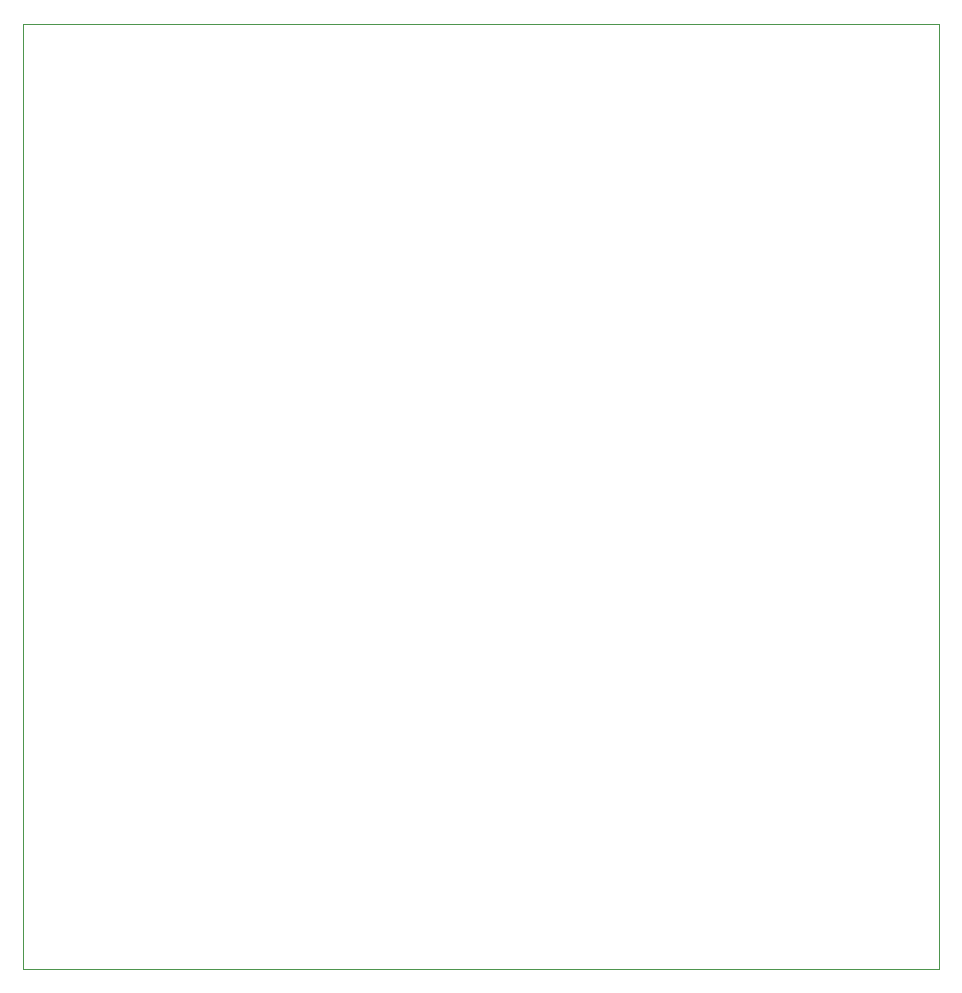
<source format=gbr>
G04 #@! TF.GenerationSoftware,KiCad,Pcbnew,(5.1.5)-3*
G04 #@! TF.CreationDate,2021-10-16T16:50:23+02:00*
G04 #@! TF.ProjectId,reader,72656164-6572-42e6-9b69-6361645f7063,rev?*
G04 #@! TF.SameCoordinates,Original*
G04 #@! TF.FileFunction,Profile,NP*
%FSLAX46Y46*%
G04 Gerber Fmt 4.6, Leading zero omitted, Abs format (unit mm)*
G04 Created by KiCad (PCBNEW (5.1.5)-3) date 2021-10-16 16:50:23*
%MOMM*%
%LPD*%
G04 APERTURE LIST*
%ADD10C,0.050000*%
G04 APERTURE END LIST*
D10*
X187500000Y-140000000D02*
X110000000Y-140000000D01*
X187500000Y-60000000D02*
X187500000Y-140000000D01*
X110000000Y-60000000D02*
X187500000Y-60000000D01*
X110000000Y-140000000D02*
X110000000Y-60000000D01*
M02*

</source>
